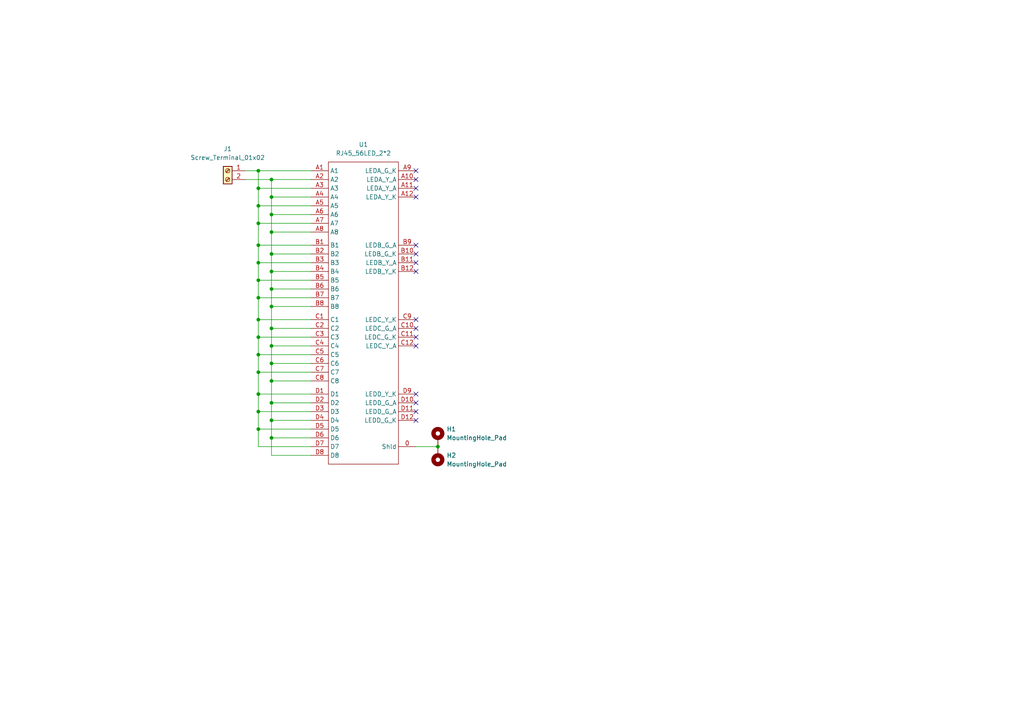
<source format=kicad_sch>
(kicad_sch (version 20211123) (generator eeschema)
  (paper "A4")
  (lib_symbols
    (symbol "Connector:Screw_Terminal_01x02" (pin_names (offset 1.016) hide)
      (property "Reference" "J" (at 0 2.54 0))
      (property "Value" "Screw_Terminal_01x02" (at 0 -5.08 0))
      (symbol "Screw_Terminal_01x02_1_1"
        (rectangle (start -1.27 1.27) (end 1.27 -3.81) (stroke (width 0.254)) (fill (type background)))
        (circle (center 0 -2.54) (radius 0.635) (stroke (width 0.1524)))
        (polyline (pts (xy -0.5334 -2.2098) (xy 0.3302 -3.048)) (stroke (width 0.1524)))
        (polyline (pts (xy -0.5334 0.3302) (xy 0.3302 -0.508)) (stroke (width 0.1524)))
        (polyline (pts (xy -0.3556 -2.032) (xy 0.508 -2.8702)) (stroke (width 0.1524)))
        (polyline (pts (xy -0.3556 0.508) (xy 0.508 -0.3302)) (stroke (width 0.1524)))
        (circle (center 0 0) (radius 0.635) (stroke (width 0.1524)))
        (pin passive line (at -5.08 0 0) (length 3.81) (name "Pin_1") (number "1"))
        (pin passive line (at -5.08 -2.54 0) (length 3.81) (name "Pin_2") (number "2"))
      )
    )
    (symbol "Mechanical:MountingHole_Pad" (pin_numbers hide) (pin_names (offset 1.016) hide)
      (property "Reference" "H" (at 0 6.35 0))
      (property "Value" "MountingHole_Pad" (at 0 4.445 0))
      (symbol "MountingHole_Pad_0_1"
        (circle (center 0 1.27) (radius 1.27) (stroke (width 1.27)))
      )
      (symbol "MountingHole_Pad_1_1"
        (pin input line (at 0 -2.54 90) (length 2.54) (name "1") (number "1"))
      )
    )
    (symbol "SchLib:RJ45_56LED_2*2"
      (property "Reference" "U" (at 8.89 2.54 0))
      (property "Value" "RJ45_56LED_2*2" (at -1.27 5.08 0))
      (symbol "RJ45_56LED_2*2_0_1"
        (rectangle (start -7.62 0) (end 12.7 -87.63) (stroke (width 0.1524)))
      )
      (symbol "RJ45_56LED_2*2_1_1"
        (pin bidirectional line (at 17.78 -82.55 180) (length 5.08) (name "Shld") (number "0"))
        (pin bidirectional line (at -12.7 -2.54 0) (length 5.08) (name "A1") (number "A1"))
        (pin bidirectional line (at 17.78 -5.08 180) (length 5.08) (name "LEDA_Y_A") (number "A10"))
        (pin bidirectional line (at 17.78 -7.62 180) (length 5.08) (name "LEDA_Y_A") (number "A11"))
        (pin bidirectional line (at 17.78 -10.16 180) (length 5.08) (name "LEDA_Y_K") (number "A12"))
        (pin bidirectional line (at -12.7 -5.08 0) (length 5.08) (name "A2") (number "A2"))
        (pin bidirectional line (at -12.7 -7.62 0) (length 5.08) (name "A3") (number "A3"))
        (pin bidirectional line (at -12.7 -10.16 0) (length 5.08) (name "A4") (number "A4"))
        (pin bidirectional line (at -12.7 -12.7 0) (length 5.08) (name "A5") (number "A5"))
        (pin bidirectional line (at -12.7 -15.24 0) (length 5.08) (name "A6") (number "A6"))
        (pin bidirectional line (at -12.7 -17.78 0) (length 5.08) (name "A7") (number "A7"))
        (pin bidirectional line (at -12.7 -20.32 0) (length 5.08) (name "A8") (number "A8"))
        (pin bidirectional line (at 17.78 -2.54 180) (length 5.08) (name "LEDA_G_K") (number "A9"))
        (pin bidirectional line (at -12.7 -24.13 0) (length 5.08) (name "B1") (number "B1"))
        (pin bidirectional line (at 17.78 -26.67 180) (length 5.08) (name "LEDB_G_K") (number "B10"))
        (pin bidirectional line (at 17.78 -29.21 180) (length 5.08) (name "LEDB_Y_A") (number "B11"))
        (pin bidirectional line (at 17.78 -31.75 180) (length 5.08) (name "LEDB_Y_K") (number "B12"))
        (pin bidirectional line (at -12.7 -26.67 0) (length 5.08) (name "B2") (number "B2"))
        (pin bidirectional line (at -12.7 -29.21 0) (length 5.08) (name "B3") (number "B3"))
        (pin bidirectional line (at -12.7 -31.75 0) (length 5.08) (name "B4") (number "B4"))
        (pin bidirectional line (at -12.7 -34.29 0) (length 5.08) (name "B5") (number "B5"))
        (pin bidirectional line (at -12.7 -36.83 0) (length 5.08) (name "B6") (number "B6"))
        (pin bidirectional line (at -12.7 -39.37 0) (length 5.08) (name "B7") (number "B7"))
        (pin bidirectional line (at -12.7 -41.91 0) (length 5.08) (name "B8") (number "B8"))
        (pin bidirectional line (at 17.78 -24.13 180) (length 5.08) (name "LEDB_G_A") (number "B9"))
        (pin bidirectional line (at -12.7 -45.72 0) (length 5.08) (name "C1") (number "C1"))
        (pin bidirectional line (at 17.78 -48.26 180) (length 5.08) (name "LEDC_G_A") (number "C10"))
        (pin bidirectional line (at 17.78 -50.8 180) (length 5.08) (name "LEDC_G_K") (number "C11"))
        (pin bidirectional line (at 17.78 -53.34 180) (length 5.08) (name "LEDC_Y_A") (number "C12"))
        (pin bidirectional line (at -12.7 -48.26 0) (length 5.08) (name "C2") (number "C2"))
        (pin bidirectional line (at -12.7 -50.8 0) (length 5.08) (name "C3") (number "C3"))
        (pin bidirectional line (at -12.7 -53.34 0) (length 5.08) (name "C4") (number "C4"))
        (pin bidirectional line (at -12.7 -55.88 0) (length 5.08) (name "C5") (number "C5"))
        (pin bidirectional line (at -12.7 -58.42 0) (length 5.08) (name "C6") (number "C6"))
        (pin bidirectional line (at -12.7 -60.96 0) (length 5.08) (name "C7") (number "C7"))
        (pin bidirectional line (at -12.7 -63.5 0) (length 5.08) (name "C8") (number "C8"))
        (pin bidirectional line (at 17.78 -45.72 180) (length 5.08) (name "LEDC_Y_K") (number "C9"))
        (pin bidirectional line (at -12.7 -67.31 0) (length 5.08) (name "D1") (number "D1"))
        (pin bidirectional line (at 17.78 -69.85 180) (length 5.08) (name "LEDD_G_A") (number "D10"))
        (pin bidirectional line (at 17.78 -72.39 180) (length 5.08) (name "LEDD_G_A") (number "D11"))
        (pin bidirectional line (at 17.78 -74.93 180) (length 5.08) (name "LEDD_G_K") (number "D12"))
        (pin bidirectional line (at -12.7 -69.85 0) (length 5.08) (name "D2") (number "D2"))
        (pin bidirectional line (at -12.7 -72.39 0) (length 5.08) (name "D3") (number "D3"))
        (pin bidirectional line (at -12.7 -74.93 0) (length 5.08) (name "D4") (number "D4"))
        (pin bidirectional line (at -12.7 -77.47 0) (length 5.08) (name "D5") (number "D5"))
        (pin bidirectional line (at -12.7 -80.01 0) (length 5.08) (name "D6") (number "D6"))
        (pin bidirectional line (at -12.7 -82.55 0) (length 5.08) (name "D7") (number "D7"))
        (pin bidirectional line (at -12.7 -85.09 0) (length 5.08) (name "D8") (number "D8"))
        (pin bidirectional line (at 17.78 -67.31 180) (length 5.08) (name "LEDD_Y_K") (number "D9"))
      )
    )
  )
  (junction (at 78.74 127))
  (junction (at 78.74 57.15))
  (junction (at 78.74 52.07))
  (junction (at 74.93 71.12))
  (junction (at 74.93 92.71))
  (junction (at 78.74 83.82))
  (junction (at 74.93 97.79))
  (junction (at 74.93 54.61))
  (junction (at 78.74 95.25))
  (junction (at 74.93 102.87))
  (junction (at 127 129.54))
  (junction (at 78.74 67.31))
  (junction (at 74.93 64.77))
  (junction (at 74.93 119.38))
  (junction (at 74.93 114.3))
  (junction (at 78.74 110.49))
  (junction (at 74.93 76.2))
  (junction (at 78.74 121.92))
  (junction (at 74.93 59.69))
  (junction (at 74.93 49.53))
  (junction (at 74.93 86.36))
  (junction (at 74.93 107.95))
  (junction (at 78.74 105.41))
  (junction (at 78.74 62.23))
  (junction (at 78.74 116.84))
  (junction (at 78.74 100.33))
  (junction (at 78.74 78.74))
  (junction (at 78.74 73.66))
  (junction (at 78.74 88.9))
  (junction (at 74.93 124.46))
  (junction (at 74.93 81.28))
  (no_connect (at 120.65 57.15))
  (no_connect (at 120.65 49.53))
  (no_connect (at 120.65 52.07))
  (no_connect (at 120.65 54.61))
  (no_connect (at 120.65 71.12))
  (no_connect (at 120.65 73.66))
  (no_connect (at 120.65 76.2))
  (no_connect (at 120.65 78.74))
  (no_connect (at 120.65 92.71))
  (no_connect (at 120.65 95.25))
  (no_connect (at 120.65 97.79))
  (no_connect (at 120.65 100.33))
  (no_connect (at 120.65 114.3))
  (no_connect (at 120.65 116.84))
  (no_connect (at 120.65 119.38))
  (no_connect (at 120.65 121.92))
  (wire (pts (xy 74.93 107.95) (xy 90.17 107.95)))
  (wire (pts (xy 90.17 132.08) (xy 78.74 132.08)))
  (wire (pts (xy 90.17 49.53) (xy 74.93 49.53)))
  (wire (pts (xy 74.93 129.54) (xy 90.17 129.54)))
  (wire (pts (xy 78.74 100.33) (xy 78.74 95.25)))
  (wire (pts (xy 74.93 71.12) (xy 74.93 76.2)))
  (wire (pts (xy 74.93 54.61) (xy 74.93 59.69)))
  (wire (pts (xy 74.93 59.69) (xy 74.93 64.77)))
  (wire (pts (xy 74.93 107.95) (xy 74.93 114.3)))
  (wire (pts (xy 120.65 129.54) (xy 127 129.54)))
  (wire (pts (xy 78.74 100.33) (xy 90.17 100.33)))
  (wire (pts (xy 74.93 81.28) (xy 74.93 86.36)))
  (wire (pts (xy 78.74 127) (xy 90.17 127)))
  (wire (pts (xy 74.93 86.36) (xy 74.93 92.71)))
  (wire (pts (xy 74.93 64.77) (xy 74.93 71.12)))
  (wire (pts (xy 74.93 119.38) (xy 74.93 124.46)))
  (wire (pts (xy 78.74 67.31) (xy 90.17 67.31)))
  (wire (pts (xy 78.74 110.49) (xy 90.17 110.49)))
  (wire (pts (xy 78.74 105.41) (xy 78.74 100.33)))
  (wire (pts (xy 74.93 76.2) (xy 74.93 81.28)))
  (wire (pts (xy 74.93 97.79) (xy 74.93 102.87)))
  (wire (pts (xy 78.74 116.84) (xy 90.17 116.84)))
  (wire (pts (xy 74.93 97.79) (xy 90.17 97.79)))
  (wire (pts (xy 74.93 92.71) (xy 90.17 92.71)))
  (wire (pts (xy 78.74 83.82) (xy 90.17 83.82)))
  (wire (pts (xy 78.74 110.49) (xy 78.74 105.41)))
  (wire (pts (xy 74.93 92.71) (xy 74.93 97.79)))
  (wire (pts (xy 78.74 121.92) (xy 78.74 116.84)))
  (wire (pts (xy 74.93 64.77) (xy 90.17 64.77)))
  (wire (pts (xy 74.93 49.53) (xy 74.93 54.61)))
  (wire (pts (xy 78.74 73.66) (xy 78.74 67.31)))
  (wire (pts (xy 74.93 114.3) (xy 74.93 119.38)))
  (wire (pts (xy 78.74 78.74) (xy 78.74 73.66)))
  (wire (pts (xy 71.12 49.53) (xy 74.93 49.53)))
  (wire (pts (xy 74.93 102.87) (xy 90.17 102.87)))
  (wire (pts (xy 78.74 62.23) (xy 90.17 62.23)))
  (wire (pts (xy 74.93 71.12) (xy 90.17 71.12)))
  (wire (pts (xy 78.74 62.23) (xy 78.74 57.15)))
  (wire (pts (xy 78.74 95.25) (xy 90.17 95.25)))
  (wire (pts (xy 74.93 119.38) (xy 90.17 119.38)))
  (wire (pts (xy 78.74 127) (xy 78.74 121.92)))
  (wire (pts (xy 74.93 76.2) (xy 90.17 76.2)))
  (wire (pts (xy 74.93 114.3) (xy 90.17 114.3)))
  (wire (pts (xy 78.74 121.92) (xy 90.17 121.92)))
  (wire (pts (xy 78.74 88.9) (xy 90.17 88.9)))
  (wire (pts (xy 74.93 81.28) (xy 90.17 81.28)))
  (wire (pts (xy 78.74 57.15) (xy 90.17 57.15)))
  (wire (pts (xy 78.74 78.74) (xy 90.17 78.74)))
  (wire (pts (xy 78.74 95.25) (xy 78.74 88.9)))
  (wire (pts (xy 78.74 52.07) (xy 90.17 52.07)))
  (wire (pts (xy 74.93 102.87) (xy 74.93 107.95)))
  (wire (pts (xy 74.93 59.69) (xy 90.17 59.69)))
  (wire (pts (xy 78.74 105.41) (xy 90.17 105.41)))
  (wire (pts (xy 78.74 116.84) (xy 78.74 110.49)))
  (wire (pts (xy 71.12 52.07) (xy 78.74 52.07)))
  (wire (pts (xy 78.74 73.66) (xy 90.17 73.66)))
  (wire (pts (xy 74.93 124.46) (xy 74.93 129.54)))
  (wire (pts (xy 78.74 83.82) (xy 78.74 78.74)))
  (wire (pts (xy 74.93 86.36) (xy 90.17 86.36)))
  (wire (pts (xy 74.93 54.61) (xy 90.17 54.61)))
  (wire (pts (xy 78.74 132.08) (xy 78.74 127)))
  (wire (pts (xy 78.74 88.9) (xy 78.74 83.82)))
  (wire (pts (xy 74.93 124.46) (xy 90.17 124.46)))
  (wire (pts (xy 78.74 57.15) (xy 78.74 52.07)))
  (wire (pts (xy 78.74 67.31) (xy 78.74 62.23)))
  (symbol (lib_id "SchLib:RJ45_56LED_2*2") (at 102.87 46.99 0) (unit 1)
    (property "Reference" "U1" (at 105.41 41.91 0))
    (property "Value" "RJ45_56LED_2*2" (at 105.41 44.45 0))
    (property "Footprint" "PcbLib:RJ45_56LED_2*2" (effects hide))
  )
  (symbol (lib_id "Mechanical:MountingHole_Pad") (at 127 127 0) (unit 1)
    (property "Reference" "H1" (at 129.54 124.4599 0) (effects (justify left)))
    (property "Value" "MountingHole_Pad" (at 129.54 126.9999 0) (effects (justify left)))
    (property "Footprint" "MountingHole:MountingHole_4.3mm_M4_DIN965_Pad_TopOnly" (effects hide))
  )
  (symbol (lib_id "Mechanical:MountingHole_Pad") (at 127 132.08 180) (unit 1)
    (property "Reference" "H2" (at 129.54 132.0799 0) (effects (justify right)))
    (property "Value" "MountingHole_Pad" (at 129.54 134.6199 0) (effects (justify right)))
    (property "Footprint" "MountingHole:MountingHole_4.3mm_M4_DIN965_Pad_TopOnly" (effects hide))
  )
  (symbol (lib_id "Connector:Screw_Terminal_01x02") (at 66.04 49.53 0) (mirror y) (unit 1)
    (property "Reference" "J1" (at 66.04 43.18 0))
    (property "Value" "Screw_Terminal_01x02" (at 66.04 45.72 0))
    (property "Footprint" "TerminalBlock:TerminalBlock_Altech_AK300-2_P5.00mm" (effects hide))
  )
)
</source>
